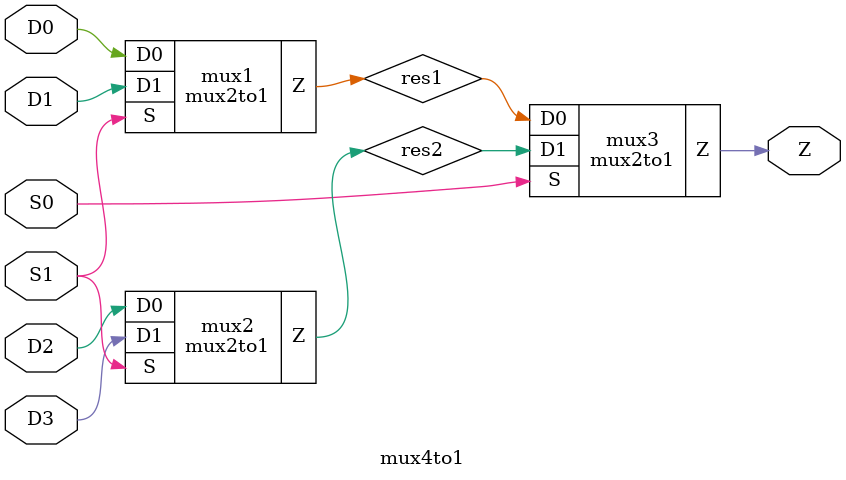
<source format=sv>

module mux2to1(D0,D1,S,Z);
  
  input D0,D1,S;
  output Z;
  wire D1_S,S_not,D0_Snot,Fnor;

  and2_1bit and1(.a(D1),.b(S),.c(D1_S));
  and2_1bit and2(.a(D0),.b(S_not),.c(D0_Snot));
  
  nor2_1bit nor1(.a(S),.b(S),.c(S_not));
  nor2_1bit nor2(.a(D0_Snot),.b(D1_S),.c(Fnor));
  nor2_1bit nor3(.a(D0_Snot),.b(D1_S),.c(Fnor));
  nor2_1bit nor4(.a(Fnor),.b(Fnor),.c(Z));
  
endmodule

module mux4to1(D0,D1,D2,D3,S0,S1,Z);
  
  input D0,D1,D2,D3,S0,S1;
  output Z;
  wire res1,res2;
  
  mux2to1 mux1(.D0(D0),.D1(D1),.S(S1),.Z(res1));
  mux2to1 mux2(.D0(D2),.D1(D3),.S(S1),.Z(res2));
  mux2to1 mux3(.D0(res1),.D1(res2),.S(S0),.Z(Z));
  
endmodule
</source>
